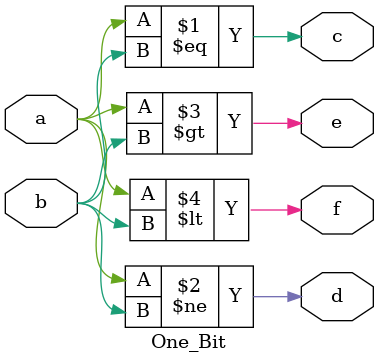
<source format=v>
`timescale 1ns / 1ps

module One_Bit (
    input a, b,
    output c, d, e, f
    );
    
    assign c = ( a == b );
    assign d = ( a != b );
    assign e = ( a > b );
    assign f = ( a < b );
    
endmodule


</source>
